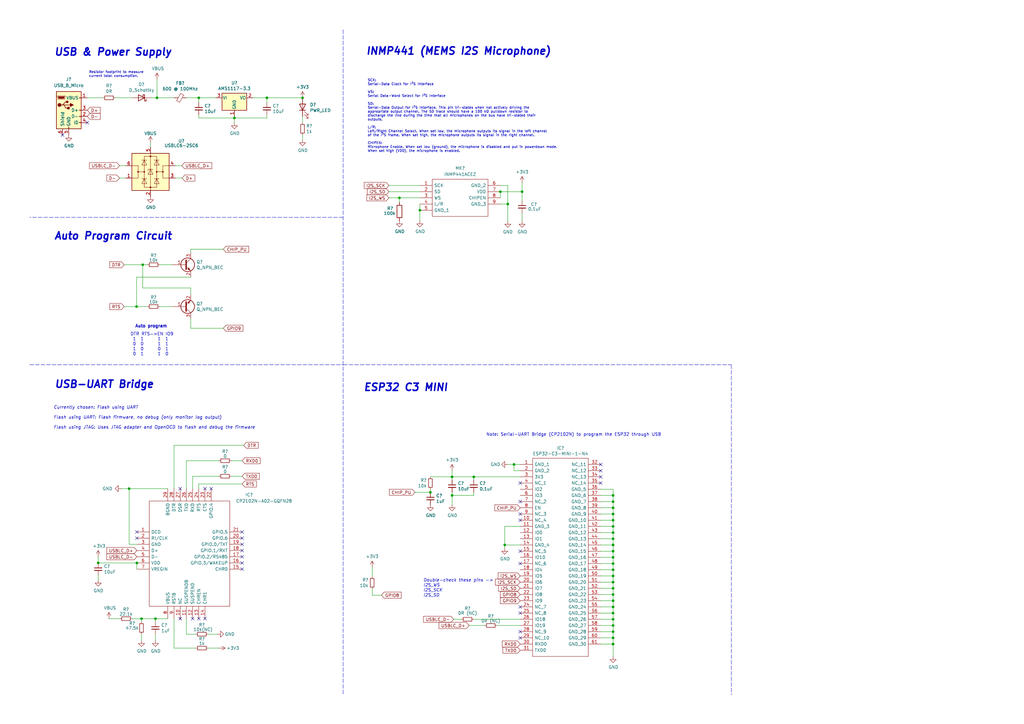
<source format=kicad_sch>
(kicad_sch (version 20211123) (generator eeschema)
  (paper "A3")
  (lib_symbols
    (symbol "CP2102N-A02-GQFN28:CP2102N-A02-GQFN28" (pin_names (offset 0.762))
      (property "Reference" "IC" (at 39.37 17.78 0))
      (property "Value" "CP2102N-A02-GQFN28" (at 39.37 15.24 0))
      (symbol "CP2102N-A02-GQFN28_0_0"
        (pin input line (at 0 0 0) (length 5.08) (name "DCD") (number "1"))
        (pin no_connect line (at 17.78 -35.56 90) (length 5.08) (name "NC") (number "10"))
        (pin output line (at 20.32 -35.56 90) (length 5.08) (name "SUSPENDB") (number "11"))
        (pin output line (at 22.86 -35.56 90) (length 5.08) (name "SUSPEND") (number "12"))
        (pin output line (at 25.4 -35.56 90) (length 5.08) (name "CHREN") (number "13"))
        (pin output line (at 27.94 -35.56 90) (length 5.08) (name "CHR1") (number "14"))
        (pin output line (at 43.18 -15.24 180) (length 5.08) (name "CHR0") (number "15"))
        (pin bidirectional line (at 43.18 -12.7 180) (length 5.08) (name "GPIO.3/WAKEUP") (number "16"))
        (pin bidirectional line (at 43.18 -10.16 180) (length 5.08) (name "GPIO.2/RS485") (number "17"))
        (pin bidirectional line (at 43.18 -7.62 180) (length 5.08) (name "GPIO.1/RXT") (number "18"))
        (pin bidirectional line (at 43.18 -5.08 180) (length 5.08) (name "GPIO.0/TXT") (number "19"))
        (pin bidirectional line (at 0 -2.54 0) (length 5.08) (name "RI/CLK") (number "2"))
        (pin bidirectional line (at 43.18 -2.54 180) (length 5.08) (name "GPIO.6") (number "20"))
        (pin bidirectional line (at 43.18 0 180) (length 5.08) (name "GPIO.5") (number "21"))
        (pin bidirectional line (at 30.48 17.78 270) (length 5.08) (name "GPIO.4") (number "22"))
        (pin input line (at 27.94 17.78 270) (length 5.08) (name "CTS") (number "23"))
        (pin output line (at 25.4 17.78 270) (length 5.08) (name "RTS") (number "24"))
        (pin input line (at 22.86 17.78 270) (length 5.08) (name "RXD") (number "25"))
        (pin output line (at 20.32 17.78 270) (length 5.08) (name "TXD") (number "26"))
        (pin input line (at 17.78 17.78 270) (length 5.08) (name "DSR") (number "27"))
        (pin output line (at 15.24 17.78 270) (length 5.08) (name "DTR") (number "28"))
        (pin power_in line (at 12.7 17.78 270) (length 5.08) (name "BGND") (number "29"))
        (pin power_in line (at 0 -5.08 0) (length 5.08) (name "GND") (number "3"))
        (pin bidirectional line (at 0 -7.62 0) (length 5.08) (name "D+") (number "4"))
        (pin bidirectional line (at 0 -10.16 0) (length 5.08) (name "D-") (number "5"))
        (pin power_in line (at 0 -12.7 0) (length 5.08) (name "VDD") (number "6"))
        (pin power_in line (at 0 -15.24 0) (length 5.08) (name "VREGIN") (number "7"))
        (pin input line (at 12.7 -35.56 90) (length 5.08) (name "VBUS") (number "8"))
        (pin input line (at 15.24 -35.56 90) (length 5.08) (name "RSTB") (number "9"))
      )
      (symbol "CP2102N-A02-GQFN28_0_1"
        (polyline (pts (xy 5.08 12.7) (xy 38.1 12.7) (xy 38.1 -30.48) (xy 5.08 -30.48) (xy 5.08 12.7)) (stroke (width 0.1524)))
      )
    )
    (symbol "Connector:USB_B_Micro" (pin_names (offset 1.016))
      (property "Reference" "J" (at -5.08 11.43 0))
      (property "Value" "USB_B_Micro" (at -5.08 8.89 0))
      (symbol "USB_B_Micro_0_1"
        (rectangle (start -5.08 -7.62) (end 5.08 7.62) (stroke (width 0.254)) (fill (type background)))
        (circle (center -3.81 2.159) (radius 0.635) (stroke (width 0.254)) (fill (type outline)))
        (circle (center -0.635 3.429) (radius 0.381) (stroke (width 0.254)) (fill (type outline)))
        (rectangle (start -0.127 -7.62) (end 0.127 -6.858))
        (polyline (pts (xy -1.905 2.159) (xy 0.635 2.159)) (stroke (width 0.254)))
        (polyline (pts (xy -3.175 2.159) (xy -2.54 2.159) (xy -1.27 3.429) (xy -0.635 3.429)) (stroke (width 0.254)))
        (polyline (pts (xy -2.54 2.159) (xy -1.905 2.159) (xy -1.27 0.889) (xy 0 0.889)) (stroke (width 0.254)))
        (polyline (pts (xy 0.635 2.794) (xy 0.635 1.524) (xy 1.905 2.159) (xy 0.635 2.794)) (stroke (width 0.254)) (fill (type outline)))
        (polyline (pts (xy -4.318 5.588) (xy -1.778 5.588) (xy -2.032 4.826) (xy -4.064 4.826) (xy -4.318 5.588)) (fill (type outline)))
        (polyline (pts (xy -4.699 5.842) (xy -4.699 5.588) (xy -4.445 4.826) (xy -4.445 4.572) (xy -1.651 4.572) (xy -1.651 4.826) (xy -1.397 5.588) (xy -1.397 5.842) (xy -4.699 5.842)))
        (rectangle (start 0.254 1.27) (end -0.508 0.508) (stroke (width 0.254)) (fill (type outline)))
        (rectangle (start 5.08 -5.207) (end 4.318 -4.953))
        (rectangle (start 5.08 -2.667) (end 4.318 -2.413))
        (rectangle (start 5.08 -0.127) (end 4.318 0.127))
        (rectangle (start 5.08 4.953) (end 4.318 5.207))
      )
      (symbol "USB_B_Micro_1_1"
        (pin power_out line (at 7.62 5.08 180) (length 2.54) (name "VBUS") (number "1"))
        (pin bidirectional line (at 7.62 -2.54 180) (length 2.54) (name "D-") (number "2"))
        (pin bidirectional line (at 7.62 0 180) (length 2.54) (name "D+") (number "3"))
        (pin passive line (at 7.62 -5.08 180) (length 2.54) (name "ID") (number "4"))
        (pin power_out line (at 0 -10.16 90) (length 2.54) (name "GND") (number "5"))
        (pin passive line (at -2.54 -10.16 90) (length 2.54) (name "Shield") (number "6"))
      )
    )
    (symbol "Device:C_Small" (pin_numbers hide) (pin_names (offset 0.254) hide)
      (property "Reference" "C" (at 0.254 1.778 0))
      (property "Value" "C_Small" (at 0.254 -2.032 0))
      (symbol "C_Small_0_1"
        (polyline (pts (xy -1.524 -0.508) (xy 1.524 -0.508)) (stroke (width 0.3302)))
        (polyline (pts (xy -1.524 0.508) (xy 1.524 0.508)) (stroke (width 0.3048)))
      )
      (symbol "C_Small_1_1"
        (pin passive line (at 0 2.54 270) (length 2.032) (name "~") (number "1"))
        (pin passive line (at 0 -2.54 90) (length 2.032) (name "~") (number "2"))
      )
    )
    (symbol "Device:D_Schottky" (pin_numbers hide) (pin_names (offset 1.016) hide)
      (property "Reference" "D" (at 0 2.54 0))
      (property "Value" "D_Schottky" (at 0 -2.54 0))
      (symbol "D_Schottky_0_1"
        (polyline (pts (xy 1.27 0) (xy -1.27 0)))
        (polyline (pts (xy 1.27 1.27) (xy 1.27 -1.27) (xy -1.27 0) (xy 1.27 1.27)) (stroke (width 0.254)))
        (polyline (pts (xy -1.905 0.635) (xy -1.905 1.27) (xy -1.27 1.27) (xy -1.27 -1.27) (xy -0.635 -1.27) (xy -0.635 -0.635)) (stroke (width 0.254)))
      )
      (symbol "D_Schottky_1_1"
        (pin passive line (at -3.81 0 0) (length 2.54) (name "K") (number "1"))
        (pin passive line (at 3.81 0 180) (length 2.54) (name "A") (number "2"))
      )
    )
    (symbol "Device:Ferrite_Bead_Small" (pin_numbers hide) (pin_names (offset 0))
      (property "Reference" "FB" (at 1.905 1.27 0))
      (property "Value" "Device_Ferrite_Bead_Small" (at 1.905 -1.27 0))
      (symbol "Ferrite_Bead_Small_0_1"
        (polyline (pts (xy 0 -1.27) (xy 0 -0.7874)))
        (polyline (pts (xy 0 0.889) (xy 0 1.2954)))
        (polyline (pts (xy -1.8288 0.2794) (xy -1.1176 1.4986) (xy 1.8288 -0.2032) (xy 1.1176 -1.4224) (xy -1.8288 0.2794)))
      )
      (symbol "Ferrite_Bead_Small_1_1"
        (pin passive line (at 0 2.54 270) (length 1.27) (name "~") (number "1"))
        (pin passive line (at 0 -2.54 90) (length 1.27) (name "~") (number "2"))
      )
    )
    (symbol "Device:LED" (pin_numbers hide) (pin_names (offset 1.016) hide)
      (property "Reference" "D" (at 0 2.54 0))
      (property "Value" "LED" (at 0 -2.54 0))
      (symbol "LED_0_1"
        (polyline (pts (xy -1.27 -1.27) (xy -1.27 1.27)) (stroke (width 0.254)))
        (polyline (pts (xy -1.27 0) (xy 1.27 0)))
        (polyline (pts (xy 1.27 -1.27) (xy 1.27 1.27) (xy -1.27 0) (xy 1.27 -1.27)) (stroke (width 0.254)))
        (polyline (pts (xy -3.048 -0.762) (xy -4.572 -2.286) (xy -3.81 -2.286) (xy -4.572 -2.286) (xy -4.572 -1.524)))
        (polyline (pts (xy -1.778 -0.762) (xy -3.302 -2.286) (xy -2.54 -2.286) (xy -3.302 -2.286) (xy -3.302 -1.524)))
      )
      (symbol "LED_1_1"
        (pin passive line (at -3.81 0 0) (length 2.54) (name "K") (number "1"))
        (pin passive line (at 3.81 0 180) (length 2.54) (name "A") (number "2"))
      )
    )
    (symbol "Device:Q_NPN_BEC" (pin_names (offset 0) hide)
      (property "Reference" "Q" (at 5.08 1.27 0))
      (property "Value" "Q_NPN_BEC" (at 5.08 -1.27 0))
      (symbol "Q_NPN_BEC_0_1"
        (polyline (pts (xy 0.635 0.635) (xy 2.54 2.54)))
        (polyline (pts (xy 0.635 -0.635) (xy 2.54 -2.54) (xy 2.54 -2.54)))
        (polyline (pts (xy 0.635 1.905) (xy 0.635 -1.905) (xy 0.635 -1.905)) (stroke (width 0.508)))
        (polyline (pts (xy 1.27 -1.778) (xy 1.778 -1.27) (xy 2.286 -2.286) (xy 1.27 -1.778) (xy 1.27 -1.778)) (fill (type outline)))
        (circle (center 1.27 0) (radius 2.8194) (stroke (width 0.254)))
      )
      (symbol "Q_NPN_BEC_1_1"
        (pin input line (at -5.08 0 0) (length 5.715) (name "B") (number "1"))
        (pin passive line (at 2.54 -5.08 90) (length 2.54) (name "E") (number "2"))
        (pin passive line (at 2.54 5.08 270) (length 2.54) (name "C") (number "3"))
      )
    )
    (symbol "Device:R" (pin_numbers hide) (pin_names (offset 0))
      (property "Reference" "R" (at 2.032 0 90))
      (property "Value" "R" (at 0 0 90))
      (symbol "R_0_1"
        (rectangle (start -1.016 -2.54) (end 1.016 2.54) (stroke (width 0.254)))
      )
      (symbol "R_1_1"
        (pin passive line (at 0 3.81 270) (length 1.27) (name "~") (number "1"))
        (pin passive line (at 0 -3.81 90) (length 1.27) (name "~") (number "2"))
      )
    )
    (symbol "Device:R_Small" (pin_numbers hide) (pin_names (offset 0.254) hide)
      (property "Reference" "R" (at 0.762 0.508 0))
      (property "Value" "R_Small" (at 0.762 -1.016 0))
      (symbol "R_Small_0_1"
        (rectangle (start -0.762 1.778) (end 0.762 -1.778) (stroke (width 0.2032)))
      )
      (symbol "R_Small_1_1"
        (pin passive line (at 0 2.54 270) (length 0.762) (name "~") (number "1"))
        (pin passive line (at 0 -2.54 90) (length 0.762) (name "~") (number "2"))
      )
    )
    (symbol "ESP32-C3-MINI-1-N4:ESP32-C3-MINI-1-N4" (pin_names (offset 0.762))
      (property "Reference" "IC" (at 29.21 7.62 0))
      (property "Value" "ESP32-C3-MINI-1-N4" (at 29.21 5.08 0))
      (symbol "ESP32-C3-MINI-1-N4_0_0"
        (pin passive line (at 0 0 0) (length 5.08) (name "GND_1") (number "1"))
        (pin passive line (at 0 -22.86 0) (length 5.08) (name "NC_4") (number "10"))
        (pin passive line (at 0 -25.4 0) (length 5.08) (name "GND_3") (number "11"))
        (pin passive line (at 0 -27.94 0) (length 5.08) (name "IO0") (number "12"))
        (pin passive line (at 0 -30.48 0) (length 5.08) (name "IO1") (number "13"))
        (pin passive line (at 0 -33.02 0) (length 5.08) (name "GND_4") (number "14"))
        (pin passive line (at 0 -35.56 0) (length 5.08) (name "NC_5") (number "15"))
        (pin passive line (at 0 -38.1 0) (length 5.08) (name "IO10") (number "16"))
        (pin passive line (at 0 -40.64 0) (length 5.08) (name "NC_6") (number "17"))
        (pin passive line (at 0 -43.18 0) (length 5.08) (name "IO4") (number "18"))
        (pin passive line (at 0 -45.72 0) (length 5.08) (name "IO5") (number "19"))
        (pin passive line (at 0 -2.54 0) (length 5.08) (name "GND_2") (number "2"))
        (pin passive line (at 0 -48.26 0) (length 5.08) (name "IO6") (number "20"))
        (pin passive line (at 0 -50.8 0) (length 5.08) (name "IO7") (number "21"))
        (pin passive line (at 0 -53.34 0) (length 5.08) (name "IO8") (number "22"))
        (pin passive line (at 0 -55.88 0) (length 5.08) (name "IO9") (number "23"))
        (pin passive line (at 0 -58.42 0) (length 5.08) (name "NC_7") (number "24"))
        (pin passive line (at 0 -60.96 0) (length 5.08) (name "NC_8") (number "25"))
        (pin passive line (at 0 -63.5 0) (length 5.08) (name "IO18") (number "26"))
        (pin passive line (at 0 -66.04 0) (length 5.08) (name "IO19") (number "27"))
        (pin passive line (at 0 -68.58 0) (length 5.08) (name "NC_9") (number "28"))
        (pin passive line (at 0 -71.12 0) (length 5.08) (name "NC_10") (number "29"))
        (pin passive line (at 0 -5.08 0) (length 5.08) (name "3V3") (number "3"))
        (pin passive line (at 0 -73.66 0) (length 5.08) (name "RXD0") (number "30"))
        (pin passive line (at 0 -76.2 0) (length 5.08) (name "TXD0") (number "31"))
        (pin passive line (at 33.02 0 180) (length 5.08) (name "NC_11") (number "32"))
        (pin passive line (at 33.02 -2.54 180) (length 5.08) (name "NC_12") (number "33"))
        (pin passive line (at 33.02 -5.08 180) (length 5.08) (name "NC_13") (number "34"))
        (pin passive line (at 33.02 -7.62 180) (length 5.08) (name "NC_14") (number "35"))
        (pin passive line (at 33.02 -10.16 180) (length 5.08) (name "GND_5") (number "36"))
        (pin passive line (at 33.02 -12.7 180) (length 5.08) (name "GND_6") (number "37"))
        (pin passive line (at 33.02 -15.24 180) (length 5.08) (name "GND_7") (number "38"))
        (pin passive line (at 33.02 -17.78 180) (length 5.08) (name "GND_8") (number "39"))
        (pin passive line (at 0 -7.62 0) (length 5.08) (name "NC_1") (number "4"))
        (pin passive line (at 33.02 -20.32 180) (length 5.08) (name "GND_9") (number "40"))
        (pin passive line (at 33.02 -22.86 180) (length 5.08) (name "GND_10") (number "41"))
        (pin passive line (at 33.02 -25.4 180) (length 5.08) (name "GND_11") (number "42"))
        (pin passive line (at 33.02 -27.94 180) (length 5.08) (name "GND_12") (number "43"))
        (pin passive line (at 33.02 -30.48 180) (length 5.08) (name "GND_13") (number "44"))
        (pin passive line (at 33.02 -33.02 180) (length 5.08) (name "GND_14") (number "45"))
        (pin passive line (at 33.02 -35.56 180) (length 5.08) (name "GND_15") (number "46"))
        (pin passive line (at 33.02 -38.1 180) (length 5.08) (name "GND_16") (number "47"))
        (pin passive line (at 33.02 -40.64 180) (length 5.08) (name "GND_17") (number "48"))
        (pin passive line (at 33.02 -43.18 180) (length 5.08) (name "GND_18") (number "49"))
        (pin passive line (at 0 -10.16 0) (length 5.08) (name "IO2") (number "5"))
        (pin passive line (at 33.02 -45.72 180) (length 5.08) (name "GND_19") (number "50"))
        (pin passive line (at 33.02 -48.26 180) (length 5.08) (name "GND_20") (number "51"))
        (pin passive line (at 33.02 -50.8 180) (length 5.08) (name "GND_21") (number "52"))
        (pin passive line (at 33.02 -53.34 180) (length 5.08) (name "GND_22") (number "53"))
        (pin passive line (at 33.02 -55.88 180) (length 5.08) (name "GND_23") (number "54"))
        (pin passive line (at 33.02 -58.42 180) (length 5.08) (name "GND_24") (number "55"))
        (pin passive line (at 33.02 -60.96 180) (length 5.08) (name "GND_25") (number "56"))
        (pin passive line (at 33.02 -63.5 180) (length 5.08) (name "GND_26") (number "57"))
        (pin passive line (at 33.02 -66.04 180) (length 5.08) (name "GND_27") (number "58"))
        (pin passive line (at 33.02 -68.58 180) (length 5.08) (name "GND_28") (number "59"))
        (pin passive line (at 0 -12.7 0) (length 5.08) (name "IO3") (number "6"))
        (pin passive line (at 33.02 -71.12 180) (length 5.08) (name "GND_29") (number "60"))
        (pin passive line (at 33.02 -73.66 180) (length 5.08) (name "GND_30") (number "61"))
        (pin passive line (at 0 -15.24 0) (length 5.08) (name "NC_2") (number "7"))
        (pin passive line (at 0 -17.78 0) (length 5.08) (name "EN") (number "8"))
        (pin passive line (at 0 -20.32 0) (length 5.08) (name "NC_3") (number "9"))
      )
      (symbol "ESP32-C3-MINI-1-N4_0_1"
        (polyline (pts (xy 5.08 2.54) (xy 27.94 2.54) (xy 27.94 -78.74) (xy 5.08 -78.74) (xy 5.08 2.54)) (stroke (width 0.1524)))
      )
    )
    (symbol "INMP441ACEZ:INMP441ACEZ" (pin_names (offset 0.762))
      (property "Reference" "MK" (at 29.21 7.62 0))
      (property "Value" "INMP441ACEZ" (at 29.21 5.08 0))
      (symbol "INMP441ACEZ_0_0"
        (pin passive line (at 0 0 0) (length 5.08) (name "SCK") (number "1"))
        (pin passive line (at 0 -2.54 0) (length 5.08) (name "SD") (number "2"))
        (pin passive line (at 0 -5.08 0) (length 5.08) (name "WS") (number "3"))
        (pin passive line (at 0 -7.62 0) (length 5.08) (name "L/R") (number "4"))
        (pin passive line (at 0 -10.16 0) (length 5.08) (name "GND_1") (number "5"))
        (pin passive line (at 33.02 0 180) (length 5.08) (name "GND_2") (number "6"))
        (pin passive line (at 33.02 -2.54 180) (length 5.08) (name "VDD") (number "7"))
        (pin passive line (at 33.02 -5.08 180) (length 5.08) (name "CHIPEN") (number "8"))
        (pin passive line (at 33.02 -7.62 180) (length 5.08) (name "GND_3") (number "9"))
      )
      (symbol "INMP441ACEZ_0_1"
        (polyline (pts (xy 5.08 2.54) (xy 27.94 2.54) (xy 27.94 -12.7) (xy 5.08 -12.7) (xy 5.08 2.54)) (stroke (width 0.1524)))
      )
    )
    (symbol "Power_Protection:USBLC6-2SC6" (pin_names hide)
      (property "Reference" "U" (at 2.54 8.89 0))
      (property "Value" "USBLC6-2SC6" (at 2.54 -8.89 0))
      (symbol "USBLC6-2SC6_0_1"
        (rectangle (start -7.62 -7.62) (end 7.62 7.62) (stroke (width 0.254)) (fill (type background)))
        (circle (center -5.08 0) (radius 0.254) (fill (type outline)))
        (circle (center -2.54 0) (radius 0.254) (fill (type outline)))
        (rectangle (start -2.54 6.35) (end 2.54 -6.35))
        (circle (center 0 -6.35) (radius 0.254) (fill (type outline)))
        (polyline (pts (xy -5.08 -2.54) (xy -7.62 -2.54)))
        (polyline (pts (xy -5.08 0) (xy -5.08 -2.54)))
        (polyline (pts (xy -5.08 2.54) (xy -7.62 2.54)))
        (polyline (pts (xy -1.524 -2.794) (xy -3.556 -2.794)))
        (polyline (pts (xy -1.524 4.826) (xy -3.556 4.826)))
        (polyline (pts (xy 0 -7.62) (xy 0 -6.35)))
        (polyline (pts (xy 0 -6.35) (xy 0 1.27)))
        (polyline (pts (xy 0 1.27) (xy 0 6.35)))
        (polyline (pts (xy 0 6.35) (xy 0 7.62)))
        (polyline (pts (xy 1.524 -2.794) (xy 3.556 -2.794)))
        (polyline (pts (xy 1.524 4.826) (xy 3.556 4.826)))
        (polyline (pts (xy 5.08 -2.54) (xy 7.62 -2.54)))
        (polyline (pts (xy 5.08 0) (xy 5.08 -2.54)))
        (polyline (pts (xy 5.08 2.54) (xy 7.62 2.54)))
        (polyline (pts (xy -2.54 0) (xy -5.08 0) (xy -5.08 2.54)))
        (polyline (pts (xy 2.54 0) (xy 5.08 0) (xy 5.08 2.54)))
        (polyline (pts (xy -3.556 -4.826) (xy -1.524 -4.826) (xy -2.54 -2.794) (xy -3.556 -4.826)))
        (polyline (pts (xy -3.556 2.794) (xy -1.524 2.794) (xy -2.54 4.826) (xy -3.556 2.794)))
        (polyline (pts (xy -1.016 -1.016) (xy 1.016 -1.016) (xy 0 1.016) (xy -1.016 -1.016)))
        (polyline (pts (xy 1.016 1.016) (xy 0.762 1.016) (xy -1.016 1.016) (xy -1.016 0.508)))
        (polyline (pts (xy 3.556 -4.826) (xy 1.524 -4.826) (xy 2.54 -2.794) (xy 3.556 -4.826)))
        (polyline (pts (xy 3.556 2.794) (xy 1.524 2.794) (xy 2.54 4.826) (xy 3.556 2.794)))
        (circle (center 0 6.35) (radius 0.254) (fill (type outline)))
        (circle (center 2.54 0) (radius 0.254) (fill (type outline)))
        (circle (center 5.08 0) (radius 0.254) (fill (type outline)))
      )
      (symbol "USBLC6-2SC6_1_1"
        (pin passive line (at -10.16 -2.54 0) (length 2.54) (name "I/O1") (number "1"))
        (pin passive line (at 0 -10.16 90) (length 2.54) (name "GND") (number "2"))
        (pin passive line (at 10.16 -2.54 180) (length 2.54) (name "I/O2") (number "3"))
        (pin passive line (at 10.16 2.54 180) (length 2.54) (name "I/O2") (number "4"))
        (pin passive line (at 0 10.16 270) (length 2.54) (name "VBUS") (number "5"))
        (pin passive line (at -10.16 2.54 0) (length 2.54) (name "I/O1") (number "6"))
      )
    )
    (symbol "Regulator_Linear:AMS1117-3.3" (pin_names (offset 0.254))
      (property "Reference" "U" (at -3.81 3.175 0))
      (property "Value" "AMS1117-3.3" (at 0 3.175 0))
      (symbol "AMS1117-3.3_0_1"
        (rectangle (start -5.08 -5.08) (end 5.08 1.905) (stroke (width 0.254)) (fill (type background)))
      )
      (symbol "AMS1117-3.3_1_1"
        (pin power_in line (at 0 -7.62 90) (length 2.54) (name "GND") (number "1"))
        (pin power_out line (at 7.62 0 180) (length 2.54) (name "VO") (number "2"))
        (pin power_in line (at -7.62 0 0) (length 2.54) (name "VI") (number "3"))
      )
    )
    (symbol "power:+3V3" (power) (pin_names (offset 0))
      (property "Value" "+3V3" (at 0 3.556 0))
      (symbol "+3V3_0_1"
        (polyline (pts (xy -0.762 1.27) (xy 0 2.54)))
        (polyline (pts (xy 0 0) (xy 0 2.54)))
        (polyline (pts (xy 0 2.54) (xy 0.762 1.27)))
      )
      (symbol "+3V3_1_1"
        (pin power_in line (at 0 0 90) (length 0) hide (name "+3V3") (number "1"))
      )
    )
    (symbol "power:GND" (power) (pin_names (offset 0))
      (property "Value" "GND" (at 0 -3.81 0))
      (symbol "GND_0_1"
        (polyline (pts (xy 0 0) (xy 0 -1.27) (xy 1.27 -1.27) (xy 0 -2.54) (xy -1.27 -1.27) (xy 0 -1.27)))
      )
      (symbol "GND_1_1"
        (pin power_in line (at 0 0 270) (length 0) hide (name "GND") (number "1"))
      )
    )
    (symbol "power:VBUS" (power) (pin_names (offset 0))
      (property "Value" "VBUS" (at 0 3.81 0))
      (symbol "VBUS_0_1"
        (polyline (pts (xy -0.762 1.27) (xy 0 2.54)))
        (polyline (pts (xy 0 0) (xy 0 2.54)))
        (polyline (pts (xy 0 2.54) (xy 0.762 1.27)))
      )
      (symbol "VBUS_1_1"
        (pin power_in line (at 0 0 90) (length 0) hide (name "VBUS") (number "1"))
      )
    )
  )
  (junction (at 251.46 236.22))
  (junction (at 210.82 190.5))
  (junction (at 185.42 203.2))
  (junction (at 251.46 248.92))
  (junction (at 56.007 125.73))
  (junction (at 185.42 195.58))
  (junction (at 251.46 238.76))
  (junction (at 163.83 81.153))
  (junction (at 251.46 215.9))
  (junction (at 52.959 200.406))
  (junction (at 251.46 254))
  (junction (at 251.46 241.3))
  (junction (at 109.474 40.132))
  (junction (at 251.46 251.46))
  (junction (at 81.534 40.132))
  (junction (at 56.134 230.886))
  (junction (at 251.46 208.28))
  (junction (at 251.46 205.74))
  (junction (at 251.46 218.44))
  (junction (at 251.46 210.82))
  (junction (at 251.46 223.52))
  (junction (at 251.46 228.6))
  (junction (at 251.46 261.62))
  (junction (at 251.46 233.68))
  (junction (at 251.46 226.06))
  (junction (at 40.259 230.886))
  (junction (at 251.46 256.54))
  (junction (at 58.547 108.585))
  (junction (at 124.079 40.132))
  (junction (at 172.212 86.233))
  (junction (at 205.232 78.613))
  (junction (at 251.46 231.14))
  (junction (at 96.139 48.387))
  (junction (at 214.122 78.613))
  (junction (at 251.46 203.2))
  (junction (at 251.46 220.98))
  (junction (at 58.039 253.746))
  (junction (at 207.01 223.52))
  (junction (at 176.53 201.93))
  (junction (at 63.754 253.746))
  (junction (at 251.46 246.38))
  (junction (at 194.31 195.58))
  (junction (at 251.46 259.08))
  (junction (at 208.28 83.693))
  (junction (at 251.46 264.16))
  (junction (at 251.46 213.36))
  (junction (at 64.389 40.132))
  (junction (at 251.46 243.84))
  (no_connect (at 213.36 251.46))
  (no_connect (at 99.314 233.426))
  (no_connect (at 73.914 200.406))
  (no_connect (at 84.074 253.746))
  (no_connect (at 25.654 55.372))
  (no_connect (at 246.38 193.04))
  (no_connect (at 99.314 225.806))
  (no_connect (at 213.36 231.14))
  (no_connect (at 99.314 230.886))
  (no_connect (at 213.36 261.62))
  (no_connect (at 56.134 220.726))
  (no_connect (at 99.314 218.186))
  (no_connect (at 81.534 253.746))
  (no_connect (at 213.36 205.74))
  (no_connect (at 246.38 195.58))
  (no_connect (at 213.36 213.36))
  (no_connect (at 73.914 253.746))
  (no_connect (at 99.314 220.726))
  (no_connect (at 213.36 210.82))
  (no_connect (at 35.814 50.292))
  (no_connect (at 78.994 253.746))
  (no_connect (at 213.36 259.08))
  (no_connect (at 246.38 190.5))
  (no_connect (at 56.134 218.186))
  (no_connect (at 246.38 198.12))
  (no_connect (at 84.074 200.406))
  (no_connect (at 99.314 228.346))
  (no_connect (at 213.36 248.92))
  (no_connect (at 213.36 198.12))
  (no_connect (at 86.614 200.406))
  (no_connect (at 213.36 226.06))
  (no_connect (at 99.314 223.266))
  (wire (pts (xy 81.534 198.501) (xy 99.314 198.501)))
  (wire (pts (xy 207.01 223.52) (xy 207.01 224.79)))
  (wire (pts (xy 251.46 231.14) (xy 251.46 233.68)))
  (wire (pts (xy 61.722 58.547) (xy 61.722 60.325)))
  (wire (pts (xy 96.139 48.387) (xy 96.139 47.752)))
  (wire (pts (xy 205.232 83.693) (xy 208.28 83.693)))
  (wire (pts (xy 251.46 205.74) (xy 251.46 203.2)))
  (wire (pts (xy 246.38 246.38) (xy 251.46 246.38)))
  (wire (pts (xy 185.42 195.58) (xy 194.31 195.58)))
  (wire (pts (xy 78.232 134.62) (xy 91.567 134.62)))
  (wire (pts (xy 192.405 256.54) (xy 198.755 256.54)))
  (wire (pts (xy 68.834 253.746) (xy 63.754 253.746)))
  (wire (pts (xy 185.42 193.04) (xy 185.42 195.58)))
  (wire (pts (xy 185.42 196.85) (xy 185.42 195.58)))
  (wire (pts (xy 176.53 200.66) (xy 176.53 201.93)))
  (wire (pts (xy 214.122 74.93) (xy 214.122 78.613)))
  (wire (pts (xy 246.38 256.54) (xy 251.46 256.54)))
  (wire (pts (xy 251.46 220.98) (xy 251.46 223.52)))
  (wire (pts (xy 251.46 215.9) (xy 251.46 218.44)))
  (wire (pts (xy 246.38 226.06) (xy 251.46 226.06)))
  (wire (pts (xy 61.849 40.132) (xy 64.389 40.132)))
  (wire (pts (xy 56.007 125.73) (xy 50.927 125.73)))
  (wire (pts (xy 251.46 254) (xy 251.46 256.54)))
  (wire (pts (xy 251.46 203.2) (xy 246.38 203.2)))
  (wire (pts (xy 78.232 103.505) (xy 78.232 102.235)))
  (wire (pts (xy 246.38 243.84) (xy 251.46 243.84)))
  (wire (pts (xy 109.474 47.117) (xy 109.474 48.387)))
  (wire (pts (xy 81.534 42.037) (xy 81.534 40.132)))
  (wire (pts (xy 246.38 215.9) (xy 251.46 215.9)))
  (wire (pts (xy 251.46 236.22) (xy 251.46 238.76)))
  (wire (pts (xy 52.959 223.266) (xy 52.959 200.406)))
  (wire (pts (xy 194.31 196.85) (xy 194.31 195.58)))
  (wire (pts (xy 40.259 230.886) (xy 40.259 228.346)))
  (wire (pts (xy 213.36 215.9) (xy 207.01 215.9)))
  (wire (pts (xy 208.28 83.693) (xy 208.28 90.678)))
  (wire (pts (xy 213.36 190.5) (xy 210.82 190.5)))
  (wire (pts (xy 71.882 67.945) (xy 74.549 67.945)))
  (wire (pts (xy 78.232 118.11) (xy 78.232 120.65)))
  (wire (pts (xy 64.389 40.132) (xy 71.374 40.132)))
  (wire (pts (xy 163.83 81.153) (xy 172.212 81.153)))
  (wire (pts (xy 251.46 251.46) (xy 251.46 254)))
  (wire (pts (xy 251.46 218.44) (xy 251.46 220.98)))
  (wire (pts (xy 109.474 40.132) (xy 109.474 42.037)))
  (wire (pts (xy 246.38 233.68) (xy 251.46 233.68)))
  (wire (pts (xy 71.374 265.811) (xy 80.264 265.811)))
  (wire (pts (xy 176.53 195.58) (xy 185.42 195.58)))
  (wire (pts (xy 81.534 47.117) (xy 81.534 48.387)))
  (wire (pts (xy 76.454 253.746) (xy 76.454 260.096)))
  (wire (pts (xy 56.134 230.886) (xy 40.259 230.886)))
  (wire (pts (xy 214.122 87.376) (xy 214.122 90.678)))
  (wire (pts (xy 44.704 253.746) (xy 49.149 253.746)))
  (wire (pts (xy 246.38 210.82) (xy 251.46 210.82)))
  (wire (pts (xy 56.007 113.665) (xy 56.007 125.73)))
  (wire (pts (xy 99.949 182.626) (xy 71.374 182.626)))
  (wire (pts (xy 246.38 228.6) (xy 251.46 228.6)))
  (wire (pts (xy 205.232 76.073) (xy 208.28 76.073)))
  (wire (pts (xy 76.454 40.132) (xy 81.534 40.132)))
  (wire (pts (xy 246.38 213.36) (xy 251.46 213.36)))
  (wire (pts (xy 246.38 208.28) (xy 251.46 208.28)))
  (wire (pts (xy 159.512 78.613) (xy 172.212 78.613)))
  (wire (pts (xy 56.134 223.266) (xy 52.959 223.266)))
  (wire (pts (xy 94.869 188.976) (xy 99.314 188.976)))
  (wire (pts (xy 205.232 78.613) (xy 205.232 81.153)))
  (wire (pts (xy 246.38 248.92) (xy 251.46 248.92)))
  (wire (pts (xy 246.38 223.52) (xy 251.46 223.52)))
  (wire (pts (xy 85.344 260.096) (xy 89.154 260.096)))
  (wire (pts (xy 49.022 67.945) (xy 51.562 67.945)))
  (wire (pts (xy 163.83 82.931) (xy 163.83 81.153)))
  (wire (pts (xy 56.007 125.73) (xy 60.452 125.73)))
  (wire (pts (xy 159.512 81.153) (xy 163.83 81.153)))
  (wire (pts (xy 78.232 130.81) (xy 78.232 134.62)))
  (wire (pts (xy 246.38 218.44) (xy 251.46 218.44)))
  (wire (pts (xy 58.547 108.585) (xy 60.452 108.585)))
  (wire (pts (xy 159.512 76.073) (xy 172.212 76.073)))
  (wire (pts (xy 251.46 205.74) (xy 251.46 208.28)))
  (wire (pts (xy 185.42 203.2) (xy 185.42 207.01)))
  (wire (pts (xy 58.039 255.016) (xy 58.039 253.746)))
  (wire (pts (xy 156.464 244.094) (xy 152.654 244.094)))
  (wire (pts (xy 246.38 251.46) (xy 251.46 251.46)))
  (wire (pts (xy 76.454 188.976) (xy 89.789 188.976)))
  (wire (pts (xy 96.139 48.387) (xy 96.139 50.292)))
  (wire (pts (xy 203.835 256.54) (xy 213.36 256.54)))
  (wire (pts (xy 64.389 32.512) (xy 64.389 40.132)))
  (polyline (pts (xy 140.843 149.606) (xy 299.974 149.606)))
  (wire (pts (xy 152.654 232.664) (xy 152.654 236.474)))
  (wire (pts (xy 251.46 256.54) (xy 251.46 259.08)))
  (wire (pts (xy 246.38 264.16) (xy 251.46 264.16)))
  (wire (pts (xy 246.38 261.62) (xy 251.46 261.62)))
  (wire (pts (xy 81.534 48.387) (xy 96.139 48.387)))
  (wire (pts (xy 210.82 190.5) (xy 210.82 193.04)))
  (wire (pts (xy 194.31 195.58) (xy 213.36 195.58)))
  (wire (pts (xy 251.46 228.6) (xy 251.46 231.14)))
  (wire (pts (xy 50.927 108.585) (xy 58.547 108.585)))
  (wire (pts (xy 251.46 200.66) (xy 251.46 203.2)))
  (wire (pts (xy 246.38 236.22) (xy 251.46 236.22)))
  (wire (pts (xy 185.42 201.93) (xy 185.42 203.2)))
  (wire (pts (xy 103.759 40.132) (xy 109.474 40.132)))
  (wire (pts (xy 246.38 254) (xy 251.46 254)))
  (wire (pts (xy 56.134 230.886) (xy 56.134 233.426)))
  (wire (pts (xy 251.46 208.28) (xy 251.46 210.82)))
  (wire (pts (xy 246.38 231.14) (xy 251.46 231.14)))
  (wire (pts (xy 78.232 102.235) (xy 91.567 102.235)))
  (wire (pts (xy 208.28 76.073) (xy 208.28 83.693)))
  (wire (pts (xy 189.23 254) (xy 186.055 254)))
  (wire (pts (xy 58.039 253.746) (xy 63.754 253.746)))
  (wire (pts (xy 94.869 195.326) (xy 99.314 195.326)))
  (wire (pts (xy 78.232 113.665) (xy 56.007 113.665)))
  (wire (pts (xy 152.654 244.094) (xy 152.654 241.554)))
  (wire (pts (xy 246.38 200.66) (xy 251.46 200.66)))
  (wire (pts (xy 251.46 210.82) (xy 251.46 213.36)))
  (wire (pts (xy 246.38 220.98) (xy 251.46 220.98)))
  (wire (pts (xy 251.46 261.62) (xy 251.46 259.08)))
  (wire (pts (xy 251.46 259.08) (xy 246.38 259.08)))
  (polyline (pts (xy 140.716 84.074) (xy 140.716 284.734)))
  (wire (pts (xy 81.534 200.406) (xy 81.534 198.501)))
  (wire (pts (xy 63.754 260.096) (xy 63.754 262.636)))
  (wire (pts (xy 251.46 246.38) (xy 251.46 248.92)))
  (wire (pts (xy 89.789 265.811) (xy 85.344 265.811)))
  (wire (pts (xy 65.532 108.585) (xy 70.612 108.585)))
  (wire (pts (xy 176.53 201.93) (xy 170.18 201.93)))
  (wire (pts (xy 76.454 260.096) (xy 80.264 260.096)))
  (wire (pts (xy 71.882 73.025) (xy 74.676 73.025)))
  (wire (pts (xy 210.82 193.04) (xy 213.36 193.04)))
  (wire (pts (xy 251.46 238.76) (xy 251.46 241.3)))
  (wire (pts (xy 246.38 238.76) (xy 251.46 238.76)))
  (wire (pts (xy 251.46 226.06) (xy 251.46 228.6)))
  (wire (pts (xy 205.232 78.613) (xy 214.122 78.613)))
  (wire (pts (xy 65.532 125.73) (xy 70.612 125.73)))
  (wire (pts (xy 52.959 200.406) (xy 68.834 200.406)))
  (wire (pts (xy 207.01 215.9) (xy 207.01 223.52)))
  (wire (pts (xy 78.994 195.326) (xy 89.789 195.326)))
  (wire (pts (xy 124.079 47.752) (xy 124.079 50.292)))
  (polyline (pts (xy 140.716 12.192) (xy 140.716 84.074)))
  (wire (pts (xy 251.46 241.3) (xy 251.46 243.84)))
  (wire (pts (xy 251.46 233.68) (xy 251.46 236.22)))
  (wire (pts (xy 251.46 213.36) (xy 251.46 215.9)))
  (wire (pts (xy 78.994 200.406) (xy 78.994 195.326)))
  (wire (pts (xy 71.374 253.746) (xy 71.374 265.811)))
  (wire (pts (xy 172.212 83.693) (xy 172.212 86.233)))
  (wire (pts (xy 40.259 235.966) (xy 40.259 237.871)))
  (wire (pts (xy 58.547 118.11) (xy 78.232 118.11)))
  (polyline (pts (xy 299.974 149.606) (xy 299.974 284.988)))
  (wire (pts (xy 63.754 253.746) (xy 63.754 255.016)))
  (wire (pts (xy 251.46 243.84) (xy 251.46 246.38)))
  (wire (pts (xy 58.547 108.585) (xy 58.547 118.11)))
  (wire (pts (xy 246.38 205.74) (xy 251.46 205.74)))
  (wire (pts (xy 246.38 241.3) (xy 251.46 241.3)))
  (wire (pts (xy 81.534 40.132) (xy 88.519 40.132)))
  (wire (pts (xy 213.36 223.52) (xy 207.01 223.52)))
  (wire (pts (xy 47.244 40.132) (xy 54.229 40.132)))
  (wire (pts (xy 194.31 254) (xy 213.36 254)))
  (wire (pts (xy 109.474 40.132) (xy 124.079 40.132)))
  (wire (pts (xy 251.46 261.62) (xy 251.46 264.16)))
  (wire (pts (xy 208.28 190.5) (xy 210.82 190.5)))
  (wire (pts (xy 58.039 260.096) (xy 58.039 262.636)))
  (wire (pts (xy 71.374 182.626) (xy 71.374 200.406)))
  (wire (pts (xy 251.46 264.16) (xy 251.46 269.24)))
  (wire (pts (xy 214.122 78.613) (xy 214.122 82.296)))
  (wire (pts (xy 251.46 223.52) (xy 251.46 226.06)))
  (wire (pts (xy 194.31 201.93) (xy 194.31 203.2)))
  (wire (pts (xy 109.474 48.387) (xy 96.139 48.387)))
  (polyline (pts (xy 12.192 149.606) (xy 140.716 149.606)))
  (wire (pts (xy 194.31 203.2) (xy 185.42 203.2)))
  (wire (pts (xy 49.784 200.406) (xy 52.959 200.406)))
  (wire (pts (xy 76.454 200.406) (xy 76.454 188.976)))
  (wire (pts (xy 42.164 40.132) (xy 35.814 40.132)))
  (wire (pts (xy 49.022 73.025) (xy 51.562 73.025)))
  (wire (pts (xy 172.212 86.233) (xy 172.212 90.551)))
  (polyline (pts (xy 140.716 89.154) (xy 12.192 89.154)))
  (wire (pts (xy 58.039 253.746) (xy 54.229 253.746)))
  (wire (pts (xy 124.079 55.372) (xy 124.079 57.277)))
  (wire (pts (xy 251.46 248.92) (xy 251.46 251.46)))
  (text "SCK:\nSerial-Data Clock for I²S Interface\n\nWS:\nSerial Data-Word Select for I²S Interface\n\nSD:\nSerial-Data Output for I²S Interface. This pin tri-states when not actively driving the\nappropriate output channel. The SD trace should have a 100 kΩ pulldown resistor to\ndischarge the line during the time that all microphones on the bus have tri-stated their\noutputs.\n\nL/R: \nLeft/Right Channel Select. When set low, the microphone outputs its signal in the left channel\nof the I²S frame. When set high, the microphone outputs its signal in the right channel.\n\nCHIPEN:\nMicrophone Enable. When set low (ground), the microphone is disabled and put in powerdown mode. \nWhen set high (VDD), the microphone is enabled." (at 150.749 62.611 0) (effects (font (size 1 1)) (justify left bottom)))
  (text "Note: Serial-UART Bridge (CP2102N) to program the ESP32 through USB" (at 199.39 179.07 0) (effects (font (size 1.27 1.27)) (justify left bottom)))
  (text "DTR RTS—>EN IO9\n 1  1      1  1\n 0  0      1  1\n 1  0      0  1\n 0  1      1  0 " (at 53.467 146.05 0) (effects (font (size 1.27 1.27)) (justify left bottom)))
  (text "USB-UART Bridge" (at 22.225 159.512 0) (effects (font (size 3 3) bold italic) (justify left bottom)))
  (text "Currently chosen: Flash using UART\n\nFlash using UART: Flash firmware, no debug (only monitor log output)\n\nFlash using JTAG: Uses JTAG adapter and OpenOCD to flash and debug the firmware" (at 21.971 176.149 0) (effects (font (size 1.27 1.27) italic) (justify left bottom)))
  (text "Auto Program Circuit" (at 22.098 98.679 0) (effects (font (size 3 3) (thickness 0.6) bold italic) (justify left bottom)))
  (text "ESP32 C3 MINI " (at 148.971 160.782 0) (effects (font (size 3 3) bold italic) (justify left bottom)))
  (text "INMP441 (MEMS I2S Microphone)" (at 149.987 22.86 0) (effects (font (size 3 3) bold italic) (justify left bottom)))
  (text "USB & Power Supply" (at 22.098 23.241 0) (effects (font (size 3 3) bold italic) (justify left bottom)))
  (text "Resistor footprint to measure \ncurrent total consumption.\n" (at 36.449 31.877 0) (effects (font (size 0.9906 0.9906)) (justify left bottom)))
  (text "Auto program" (at 55.372 134.62 0) (effects (font (size 1.27 1.27) (thickness 0.254) bold) (justify left bottom)))
  (text "Double-check these pins ->\nI2S_WS\nI2S_SCK\nI2S_SD" (at 173.609 244.983 0) (effects (font (size 1.27 1.27) italic) (justify left bottom)))
  (global_label "RTS" (shape input) (at 99.314 198.501 0) (property "Intersheet References" "${INTERSHEET_REFS}" (effects hide)))
  (global_label "RXD0" (shape input) (at 213.36 264.16 180) (property "Intersheet References" "${INTERSHEET_REFS}" (effects hide)))
  (global_label "GPIO8" (shape input) (at 156.464 244.094 0) (property "Intersheet References" "${INTERSHEET_REFS}" (effects hide)))
  (global_label "USBLC_D-" (shape input) (at 56.134 228.346 180) (property "Intersheet References" "${INTERSHEET_REFS}" (effects hide)))
  (global_label "USBLC_D+" (shape input) (at 56.134 225.806 180) (property "Intersheet References" "${INTERSHEET_REFS}" (effects hide)))
  (global_label "I2S_SD" (shape input) (at 213.36 241.3 180) (property "Intersheet References" "${INTERSHEET_REFS}" (effects hide)))
  (global_label "CHIP_PU" (shape input) (at 213.36 208.28 180) (property "Intersheet References" "${INTERSHEET_REFS}" (effects hide)))
  (global_label "D+" (shape input) (at 35.814 45.212 0) (property "Intersheet References" "${INTERSHEET_REFS}" (effects hide)))
  (global_label "RTS" (shape input) (at 50.927 125.73 180) (property "Intersheet References" "${INTERSHEET_REFS}" (effects hide)))
  (global_label "CHIP_PU" (shape input) (at 170.18 201.93 180) (property "Intersheet References" "${INTERSHEET_REFS}" (effects hide)))
  (global_label "D-" (shape input) (at 35.814 47.752 0) (property "Intersheet References" "${INTERSHEET_REFS}" (effects hide)))
  (global_label "I2S_SCK" (shape input) (at 213.36 238.76 180) (property "Intersheet References" "${INTERSHEET_REFS}" (effects hide)))
  (global_label "GPIO8" (shape input) (at 213.36 243.84 180) (property "Intersheet References" "${INTERSHEET_REFS}" (effects hide)))
  (global_label "D+" (shape input) (at 74.676 73.025 0) (property "Intersheet References" "${INTERSHEET_REFS}" (effects hide)))
  (global_label "TXD0" (shape input) (at 213.36 266.7 180) (property "Intersheet References" "${INTERSHEET_REFS}" (effects hide)))
  (global_label "D-" (shape input) (at 49.022 73.025 180) (property "Intersheet References" "${INTERSHEET_REFS}" (effects hide)))
  (global_label "DTR" (shape input) (at 50.927 108.585 180) (property "Intersheet References" "${INTERSHEET_REFS}" (effects hide)))
  (global_label "TXD0" (shape input) (at 99.314 195.326 0) (property "Intersheet References" "${INTERSHEET_REFS}" (effects hide)))
  (global_label "USBLC_D+" (shape input) (at 192.405 256.54 180) (property "Intersheet References" "${INTERSHEET_REFS}" (effects hide)))
  (global_label "I2S_SCK" (shape input) (at 159.512 76.073 180) (property "Intersheet References" "${INTERSHEET_REFS}" (effects hide)))
  (global_label "I2S_WS" (shape input) (at 159.512 81.153 180) (property "Intersheet References" "${INTERSHEET_REFS}" (effects hide)))
  (global_label "I2S_SD" (shape input) (at 159.512 78.613 180) (property "Intersheet References" "${INTERSHEET_REFS}" (effects hide)))
  (global_label "GPIO9" (shape input) (at 213.36 246.38 180) (property "Intersheet References" "${INTERSHEET_REFS}" (effects hide)))
  (global_label "USBLC_D-" (shape input) (at 49.022 67.945 180) (property "Intersheet References" "${INTERSHEET_REFS}" (effects hide)))
  (global_label "DTR" (shape input) (at 99.949 182.626 0) (property "Intersheet References" "${INTERSHEET_REFS}" (effects hide)))
  (global_label "I2S_WS" (shape input) (at 213.36 236.22 180) (property "Intersheet References" "${INTERSHEET_REFS}" (effects hide)))
  (global_label "GPIO9" (shape input) (at 91.567 134.62 0) (property "Intersheet References" "${INTERSHEET_REFS}" (effects hide)))
  (global_label "CHIP_PU" (shape input) (at 91.567 102.235 0) (property "Intersheet References" "${INTERSHEET_REFS}" (effects hide)))
  (global_label "USBLC_D+" (shape input) (at 74.549 67.945 0) (property "Intersheet References" "${INTERSHEET_REFS}" (effects hide)))
  (global_label "RXD0" (shape input) (at 99.314 188.976 0) (property "Intersheet References" "${INTERSHEET_REFS}" (effects hide)))
  (global_label "USBLC_D-" (shape input) (at 186.055 254 180) (property "Intersheet References" "${INTERSHEET_REFS}" (effects hide)))
  (symbol (lib_id "Connector:USB_B_Micro") (at 28.194 45.212 0) (unit 1)
    (property "Reference" "J?" (at 28.194 32.512 0))
    (property "Value" "USB_B_Micro" (at 28.194 35.052 0))
  )
  (symbol (lib_id "Regulator_Linear:AMS1117-3.3") (at 96.139 40.132 0) (unit 1)
    (property "Reference" "U?" (at 96.139 33.9852 0))
    (property "Value" "AMS1117-3.3" (at 96.139 36.2966 0))
    (property "Footprint" "Package_TO_SOT_SMD:SOT-223-3_TabPin2" (effects hide))
    (property "Datasheet" "http://www.advanced-monolithic.com/pdf/ds1117.pdf" (effects hide))
  )
  (symbol (lib_id "Power_Protection:USBLC6-2SC6") (at 61.722 70.485 0) (unit 1)
    (property "Reference" "U?" (at 74.422 57.785 0))
    (property "Value" "USBLC6-2SC6" (at 74.422 59.69 0))
    (property "Footprint" "Package_TO_SOT_SMD:SOT-23-6" (effects hide))
    (property "Datasheet" "http://www2.st.com/resource/en/datasheet/CD00050750.pdf" (effects hide))
  )
  (symbol (lib_id "power:GND") (at 251.46 269.24 0) (unit 1)
    (property "Reference" "#PWR?" (effects hide))
    (property "Value" "GND" (at 251.587 273.6342 0))
  )
  (symbol (lib_id "power:GND") (at 207.01 224.79 0) (unit 1)
    (property "Reference" "#PWR?" (effects hide))
    (property "Value" "GND" (at 207.137 229.1842 0))
  )
  (symbol (lib_id "Device:Q_NPN_BEC") (at 75.692 108.585 0) (unit 1)
    (property "Reference" "Q?" (at 80.5434 107.4166 0) (effects (justify left)))
    (property "Value" "Q_NPN_BEC" (at 80.5434 109.728 0) (effects (justify left)))
  )
  (symbol (lib_id "Device:Q_NPN_BEC") (at 75.692 125.73 0) (mirror x) (unit 1)
    (property "Reference" "Q?" (at 80.5434 124.5616 0) (effects (justify left)))
    (property "Value" "Q_NPN_BEC" (at 80.5434 126.873 0) (effects (justify left)))
  )
  (symbol (lib_id "Device:R_Small") (at 62.992 108.585 90) (unit 1)
    (property "Reference" "R?" (at 62.992 104.775 90))
    (property "Value" "10k" (at 62.992 106.68 90))
  )
  (symbol (lib_id "Device:R_Small") (at 62.992 125.73 90) (unit 1)
    (property "Reference" "R?" (at 62.992 121.92 90))
    (property "Value" "10k" (at 62.992 123.825 90))
  )
  (symbol (lib_id "Device:C_Small") (at 194.31 199.39 0) (unit 1)
    (property "Reference" "C?" (at 196.6468 198.2216 0) (effects (justify left)))
    (property "Value" "0.1uF" (at 196.6468 200.533 0) (effects (justify left)))
  )
  (symbol (lib_id "Device:C_Small") (at 185.42 199.39 0) (unit 1)
    (property "Reference" "C?" (at 187.7568 198.2216 0) (effects (justify left)))
    (property "Value" "10uF" (at 187.7568 200.533 0) (effects (justify left)))
  )
  (symbol (lib_id "power:GND") (at 185.42 207.01 0) (unit 1)
    (property "Reference" "#PWR?" (effects hide))
    (property "Value" "GND" (at 185.547 211.4042 0))
  )
  (symbol (lib_id "power:+3V3") (at 185.42 193.04 0) (unit 1)
    (property "Reference" "#PWR?" (effects hide))
    (property "Value" "+3V3" (at 185.42 188.595 0))
  )
  (symbol (lib_id "Device:R_Small") (at 176.53 198.12 0) (mirror x) (unit 1)
    (property "Reference" "R?" (at 175.0314 196.9516 0) (effects (justify right)))
    (property "Value" "10k" (at 175.0314 199.263 0) (effects (justify right)))
  )
  (symbol (lib_id "Device:C_Small") (at 176.53 204.47 0) (unit 1)
    (property "Reference" "C?" (at 178.8668 203.3016 0) (effects (justify left)))
    (property "Value" "1uF" (at 178.8668 205.613 0) (effects (justify left)))
  )
  (symbol (lib_id "power:GND") (at 176.53 207.01 0) (unit 1)
    (property "Reference" "#PWR?" (effects hide))
    (property "Value" "GND" (at 176.657 211.4042 0))
  )
  (symbol (lib_id "power:GND") (at 208.28 190.5 270) (unit 1)
    (property "Reference" "#PWR?" (effects hide))
    (property "Value" "GND" (at 203.2 190.5 90))
  )
  (symbol (lib_id "Device:C_Small") (at 81.534 44.577 0) (unit 1)
    (property "Reference" "C?" (at 83.8708 43.4086 0) (effects (justify left)))
    (property "Value" "10uF" (at 83.8708 45.72 0) (effects (justify left)))
  )
  (symbol (lib_id "Device:R_Small") (at 44.704 40.132 270) (unit 1)
    (property "Reference" "R?" (at 44.704 35.1536 90))
    (property "Value" "0R" (at 44.704 37.465 90))
  )
  (symbol (lib_id "ESP32-C3-MINI-1-N4:ESP32-C3-MINI-1-N4") (at 213.36 190.5 0) (unit 1)
    (property "Reference" "IC?" (at 229.87 183.769 0))
    (property "Value" "ESP32-C3-MINI-1-N4" (at 229.87 186.0804 0))
    (property "Footprint" "ESP32C3MINI1N4" (effects hide))
    (property "Datasheet" "https://www.mouser.com/datasheet/2/891/Espressif_ESP32_C3_MINI_1_Datasheet-2006822.pdf" (effects hide))
    (property "Description" "SMD MODULE, ESP32-C3FN4, PCB ANT" (effects hide))
    (property "Height" "2.55" (effects hide))
    (property "Manufacturer_Name" "Espressif Systems" (effects hide))
    (property "Manufacturer_Part_Number" "ESP32-C3-MINI-1-N4" (effects hide))
    (property "Mouser Part Number" "356-ESP32-C3-MINI1N4" (effects hide))
    (property "Mouser Price/Stock" "https://www.mouser.co.uk/ProductDetail/Espressif-Systems/ESP32-C3-MINI-1-N4?qs=stqOd1AaK7%252B%2FpH3qqyGehA%3D%3D" (effects hide))
  )
  (symbol (lib_id "Device:C_Small") (at 109.474 44.577 0) (unit 1)
    (property "Reference" "C?" (at 111.8108 43.4086 0) (effects (justify left)))
    (property "Value" "10uF" (at 111.8108 45.72 0) (effects (justify left)))
  )
  (symbol (lib_id "CP2102N-A02-GQFN28:CP2102N-A02-GQFN28") (at 56.134 218.186 0) (unit 1)
    (property "Reference" "IC?" (at 100.584 202.946 0) (effects (justify left)))
    (property "Value" "CP2102N-A02-GQFN28" (at 96.774 205.486 0) (effects (justify left)))
    (property "Footprint" "QFN50P500X500X80-29N-D" (effects hide))
    (property "Datasheet" "https://componentsearchengine.com/Datasheets/2/CP2102N-A02-GQFN28.pdf" (effects hide))
    (property "Description" "SILICON LABS - CP2102N-A02-GQFN28 - USB TO UART BRIDGE, -40 TO 85DEG C" (effects hide))
    (property "Height" "0.8" (effects hide))
    (property "Manufacturer_Name" "Silicon Labs" (effects hide))
    (property "Manufacturer_Part_Number" "CP2102N-A02-GQFN28" (effects hide))
    (property "Mouser Part Number" "634-CP2102NA02GQFN28" (effects hide))
    (property "Mouser Price/Stock" "https://www.mouser.co.uk/ProductDetail/Silicon-Labs/CP2102N-A02-GQFN28?qs=u16ybLDytRaSBkSkyjYFiA%3D%3D" (effects hide))
    (property "Arrow Part Number" "CP2102N-A02-GQFN28" (effects hide))
    (property "Arrow Price/Stock" "https://www.arrow.com/en/products/cp2102n-a02-gqfn28/silicon-labs" (effects hide))
  )
  (symbol (lib_id "power:GND") (at 28.194 55.372 0) (unit 1)
    (property "Reference" "#PWR?" (effects hide))
    (property "Value" "GND" (at 28.321 59.7662 0))
  )
  (symbol (lib_id "power:GND") (at 96.139 50.292 0) (unit 1)
    (property "Reference" "#PWR?" (effects hide))
    (property "Value" "GND" (at 96.266 54.6862 0))
  )
  (symbol (lib_id "Device:R_Small") (at 82.804 260.096 90) (unit 1)
    (property "Reference" "R?" (at 84.074 256.286 90) (effects (justify left)))
    (property "Value" "10k(NC)" (at 87.249 258.191 90) (effects (justify left)))
  )
  (symbol (lib_id "power:GND") (at 89.154 260.096 90) (unit 1)
    (property "Reference" "#PWR?" (effects hide))
    (property "Value" "GND" (at 94.234 260.096 90))
  )
  (symbol (lib_id "Device:R_Small") (at 82.804 265.811 270) (unit 1)
    (property "Reference" "R?" (at 82.804 262.001 90))
    (property "Value" "1k" (at 82.804 263.906 90))
  )
  (symbol (lib_id "power:+3V3") (at 89.789 265.811 270) (mirror x) (unit 1)
    (property "Reference" "#PWR?" (effects hide))
    (property "Value" "+3V3" (at 95.504 265.811 90))
  )
  (symbol (lib_id "Device:D_Schottky") (at 58.039 40.132 180) (unit 1)
    (property "Reference" "D?" (at 58.039 34.6456 0))
    (property "Value" "D_Schottky" (at 58.039 36.957 0))
  )
  (symbol (lib_id "Device:R_Small") (at 51.689 253.746 270) (unit 1)
    (property "Reference" "R?" (at 51.689 249.936 90))
    (property "Value" "22.1k" (at 51.689 251.841 90))
  )
  (symbol (lib_id "Device:Ferrite_Bead_Small") (at 73.914 40.132 90) (unit 1)
    (property "Reference" "FB?" (at 73.914 34.1122 90))
    (property "Value" "600 @ 100Mhz" (at 73.914 36.4236 90))
  )
  (symbol (lib_id "Device:C_Small") (at 63.754 257.556 0) (unit 1)
    (property "Reference" "C?" (at 66.0908 256.3876 0) (effects (justify left)))
    (property "Value" "1uF" (at 66.0908 258.699 0) (effects (justify left)))
  )
  (symbol (lib_id "Device:R_Small") (at 58.039 257.556 0) (unit 1)
    (property "Reference" "R?" (at 54.229 255.651 0))
    (property "Value" "47.5k" (at 54.229 257.556 0))
  )
  (symbol (lib_id "power:GND") (at 63.754 262.636 0) (unit 1)
    (property "Reference" "#PWR?" (effects hide))
    (property "Value" "GND" (at 63.881 267.0302 0))
  )
  (symbol (lib_id "power:GND") (at 58.039 262.636 0) (unit 1)
    (property "Reference" "#PWR?" (effects hide))
    (property "Value" "GND" (at 58.166 267.0302 0))
  )
  (symbol (lib_id "power:VBUS") (at 44.704 253.746 0) (unit 1)
    (property "Reference" "#PWR?" (effects hide))
    (property "Value" "VBUS" (at 45.085 249.3518 0))
  )
  (symbol (lib_id "Device:C_Small") (at 40.259 233.426 0) (unit 1)
    (property "Reference" "C?" (at 42.5958 232.2576 0) (effects (justify left)))
    (property "Value" "10uF" (at 42.5958 234.569 0) (effects (justify left)))
  )
  (symbol (lib_id "power:+3V3") (at 40.259 228.346 0) (unit 1)
    (property "Reference" "#PWR?" (effects hide))
    (property "Value" "+3V3" (at 40.64 223.9518 0))
  )
  (symbol (lib_id "power:GND") (at 40.259 237.871 0) (unit 1)
    (property "Reference" "#PWR?" (effects hide))
    (property "Value" "GND" (at 40.386 242.2652 0))
  )
  (symbol (lib_id "power:GND") (at 61.722 80.645 0) (unit 1)
    (property "Reference" "#PWR?" (effects hide))
    (property "Value" "GND" (at 61.849 85.0392 0))
  )
  (symbol (lib_id "power:VBUS") (at 61.722 58.547 0) (unit 1)
    (property "Reference" "#PWR?" (effects hide))
    (property "Value" "VBUS" (at 61.722 54.737 0))
  )
  (symbol (lib_id "Device:R_Small") (at 92.329 188.976 90) (unit 1)
    (property "Reference" "R?" (at 92.329 185.166 90))
    (property "Value" "0" (at 92.329 187.071 90))
  )
  (symbol (lib_id "Device:R_Small") (at 92.329 195.326 90) (unit 1)
    (property "Reference" "R?" (at 92.329 191.516 90))
    (property "Value" "0" (at 92.329 193.421 90))
  )
  (symbol (lib_id "power:+3V3") (at 124.079 40.132 0) (unit 1)
    (property "Reference" "#PWR?" (effects hide))
    (property "Value" "+3V3" (at 124.079 35.687 0))
  )
  (symbol (lib_id "Device:LED") (at 124.079 43.942 90) (unit 1)
    (property "Reference" "D?" (at 127.0762 42.9514 90) (effects (justify right)))
    (property "Value" "PWR_LED" (at 127.0762 45.2628 90) (effects (justify right)))
  )
  (symbol (lib_id "Device:R_Small") (at 124.079 52.832 0) (unit 1)
    (property "Reference" "R?" (at 125.5776 51.6636 0) (effects (justify left)))
    (property "Value" "1k" (at 125.5776 53.975 0) (effects (justify left)))
  )
  (symbol (lib_id "power:GND") (at 124.079 57.277 0) (unit 1)
    (property "Reference" "#PWR?" (effects hide))
    (property "Value" "GND" (at 124.206 61.6712 0))
  )
  (symbol (lib_id "power:GND") (at 49.784 200.406 270) (unit 1)
    (property "Reference" "#PWR?" (effects hide))
    (property "Value" "GND" (at 44.069 200.406 90))
  )
  (symbol (lib_id "power:VBUS") (at 64.389 32.512 0) (unit 1)
    (property "Reference" "#PWR?" (effects hide))
    (property "Value" "VBUS" (at 64.77 28.1178 0))
  )
  (symbol (lib_id "Device:R_Small") (at 191.77 254 270) (unit 1)
    (property "Reference" "R?" (at 191.77 249.555 90))
    (property "Value" "0R (NC)" (at 191.77 251.46 90))
  )
  (symbol (lib_id "Device:R_Small") (at 201.295 256.54 270) (unit 1)
    (property "Reference" "R?" (at 201.295 252.73 90))
    (property "Value" "0R (NC)" (at 201.295 254.635 90))
  )
  (symbol (lib_id "Device:R_Small") (at 152.654 239.014 0) (mirror x) (unit 1)
    (property "Reference" "R?" (at 151.1554 237.8456 0) (effects (justify right)))
    (property "Value" "10k" (at 151.1554 240.157 0) (effects (justify right)))
  )
  (symbol (lib_id "power:+3V3") (at 152.654 232.664 0) (unit 1)
    (property "Reference" "#PWR?" (effects hide))
    (property "Value" "+3V3" (at 152.654 228.219 0))
  )
  (symbol (lib_id "power:GND") (at 208.28 90.678 0) (unit 1)
    (property "Reference" "#PWR?" (effects hide))
    (property "Value" "GND" (at 208.28 95.123 0))
  )
  (symbol (lib_id "Device:C_Small") (at 214.122 84.836 0) (unit 1)
    (property "Reference" "C?" (at 217.678 83.82 0) (effects (justify left)))
    (property "Value" "0.1uF" (at 216.535 85.725 0) (effects (justify left)))
  )
  (symbol (lib_id "power:+3V3") (at 214.122 74.93 0) (unit 1)
    (property "Reference" "#PWR?" (effects hide))
    (property "Value" "+3V3" (at 214.122 70.485 0))
  )
  (symbol (lib_id "INMP441ACEZ:INMP441ACEZ") (at 172.212 76.073 0) (unit 1)
    (property "Reference" "MK?" (at 188.722 68.961 0))
    (property "Value" "INMP441ACEZ" (at 188.722 71.501 0))
    (property "Footprint" "INMP441ACEZ" (effects hide))
    (property "Datasheet" "https://componentsearchengine.com/Datasheets/2/INMP441ACEZ.pdf" (effects hide))
    (property "Description" "INVENSENSE - INMP441ACEZ - Audio Control, 1.8V to 3.3V, Serial, LGA, 9 Pins, -40 C" (effects hide))
    (property "Height" "1.05" (effects hide))
    (property "Manufacturer_Name" "TDK" (effects hide))
    (property "Manufacturer_Part_Number" "INMP441ACEZ" (effects hide))
  )
  (symbol (lib_id "Device:R") (at 163.83 86.741 0) (unit 1)
    (property "Reference" "R?" (at 158.75 85.471 0) (effects (justify left)))
    (property "Value" "100k" (at 157.353 87.503 0) (effects (justify left)))
  )
  (symbol (lib_id "power:GND") (at 163.83 90.551 0) (unit 1)
    (property "Reference" "#PWR?" (effects hide))
    (property "Value" "GND" (at 163.957 94.9452 0))
  )
  (symbol (lib_id "power:GND") (at 172.212 90.551 0) (unit 1)
    (property "Reference" "#PWR?" (effects hide))
    (property "Value" "GND" (at 172.339 94.9452 0))
  )
  (symbol (lib_id "power:GND") (at 214.122 90.678 0) (unit 1)
    (property "Reference" "#PWR?" (effects hide))
    (property "Value" "GND" (at 214.249 95.0722 0))
  )
)
</source>
